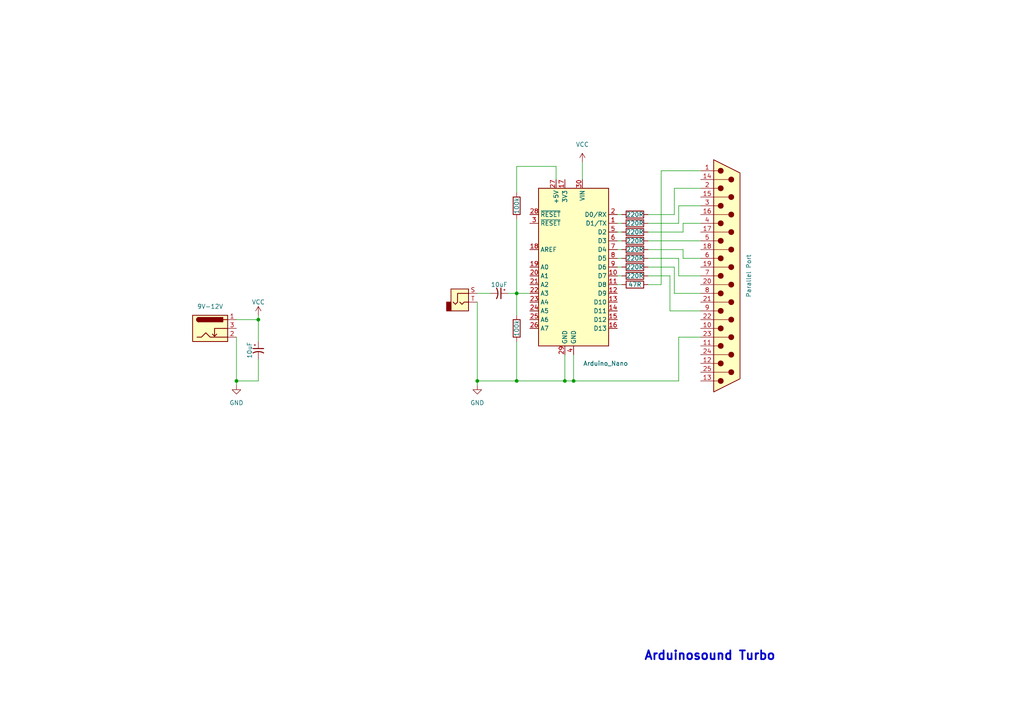
<source format=kicad_sch>
(kicad_sch (version 20211123) (generator eeschema)

  (uuid dec0a6ab-2b88-4492-bbfa-d0f8ccf61708)

  (paper "A4")

  (lib_symbols
    (symbol "Connector:AudioJack2" (in_bom yes) (on_board yes)
      (property "Reference" "J" (id 0) (at 0 8.89 0)
        (effects (font (size 1.27 1.27)))
      )
      (property "Value" "AudioJack2" (id 1) (at 0 6.35 0)
        (effects (font (size 1.27 1.27)))
      )
      (property "Footprint" "" (id 2) (at 0 0 0)
        (effects (font (size 1.27 1.27)) hide)
      )
      (property "Datasheet" "~" (id 3) (at 0 0 0)
        (effects (font (size 1.27 1.27)) hide)
      )
      (property "ki_keywords" "audio jack receptacle mono phone headphone TS connector" (id 4) (at 0 0 0)
        (effects (font (size 1.27 1.27)) hide)
      )
      (property "ki_description" "Audio Jack, 2 Poles (Mono / TS)" (id 5) (at 0 0 0)
        (effects (font (size 1.27 1.27)) hide)
      )
      (property "ki_fp_filters" "Jack*" (id 6) (at 0 0 0)
        (effects (font (size 1.27 1.27)) hide)
      )
      (symbol "AudioJack2_0_1"
        (rectangle (start -3.81 0) (end -2.54 -2.54)
          (stroke (width 0.254) (type default) (color 0 0 0 0))
          (fill (type outline))
        )
        (rectangle (start -2.54 3.81) (end 2.54 -2.54)
          (stroke (width 0.254) (type default) (color 0 0 0 0))
          (fill (type background))
        )
        (polyline
          (pts
            (xy 0 0)
            (xy 0.635 -0.635)
            (xy 1.27 0)
            (xy 2.54 0)
          )
          (stroke (width 0.254) (type default) (color 0 0 0 0))
          (fill (type none))
        )
        (polyline
          (pts
            (xy 2.54 2.54)
            (xy -0.635 2.54)
            (xy -0.635 0)
            (xy -1.27 -0.635)
            (xy -1.905 0)
          )
          (stroke (width 0.254) (type default) (color 0 0 0 0))
          (fill (type none))
        )
      )
      (symbol "AudioJack2_1_1"
        (pin passive line (at 5.08 2.54 180) (length 2.54)
          (name "~" (effects (font (size 1.27 1.27))))
          (number "S" (effects (font (size 1.27 1.27))))
        )
        (pin passive line (at 5.08 0 180) (length 2.54)
          (name "~" (effects (font (size 1.27 1.27))))
          (number "T" (effects (font (size 1.27 1.27))))
        )
      )
    )
    (symbol "Connector:Barrel_Jack_Switch" (pin_names hide) (in_bom yes) (on_board yes)
      (property "Reference" "J" (id 0) (at 0 5.334 0)
        (effects (font (size 1.27 1.27)))
      )
      (property "Value" "Barrel_Jack_Switch" (id 1) (at 0 -5.08 0)
        (effects (font (size 1.27 1.27)))
      )
      (property "Footprint" "" (id 2) (at 1.27 -1.016 0)
        (effects (font (size 1.27 1.27)) hide)
      )
      (property "Datasheet" "~" (id 3) (at 1.27 -1.016 0)
        (effects (font (size 1.27 1.27)) hide)
      )
      (property "ki_keywords" "DC power barrel jack connector" (id 4) (at 0 0 0)
        (effects (font (size 1.27 1.27)) hide)
      )
      (property "ki_description" "DC Barrel Jack with an internal switch" (id 5) (at 0 0 0)
        (effects (font (size 1.27 1.27)) hide)
      )
      (property "ki_fp_filters" "BarrelJack*" (id 6) (at 0 0 0)
        (effects (font (size 1.27 1.27)) hide)
      )
      (symbol "Barrel_Jack_Switch_0_1"
        (rectangle (start -5.08 3.81) (end 5.08 -3.81)
          (stroke (width 0.254) (type default) (color 0 0 0 0))
          (fill (type background))
        )
        (arc (start -3.302 3.175) (mid -3.937 2.54) (end -3.302 1.905)
          (stroke (width 0.254) (type default) (color 0 0 0 0))
          (fill (type none))
        )
        (arc (start -3.302 3.175) (mid -3.937 2.54) (end -3.302 1.905)
          (stroke (width 0.254) (type default) (color 0 0 0 0))
          (fill (type outline))
        )
        (polyline
          (pts
            (xy 1.27 -2.286)
            (xy 1.905 -1.651)
          )
          (stroke (width 0.254) (type default) (color 0 0 0 0))
          (fill (type none))
        )
        (polyline
          (pts
            (xy 5.08 2.54)
            (xy 3.81 2.54)
          )
          (stroke (width 0.254) (type default) (color 0 0 0 0))
          (fill (type none))
        )
        (polyline
          (pts
            (xy 5.08 0)
            (xy 1.27 0)
            (xy 1.27 -2.286)
            (xy 0.635 -1.651)
          )
          (stroke (width 0.254) (type default) (color 0 0 0 0))
          (fill (type none))
        )
        (polyline
          (pts
            (xy -3.81 -2.54)
            (xy -2.54 -2.54)
            (xy -1.27 -1.27)
            (xy 0 -2.54)
            (xy 2.54 -2.54)
            (xy 5.08 -2.54)
          )
          (stroke (width 0.254) (type default) (color 0 0 0 0))
          (fill (type none))
        )
        (rectangle (start 3.683 3.175) (end -3.302 1.905)
          (stroke (width 0.254) (type default) (color 0 0 0 0))
          (fill (type outline))
        )
      )
      (symbol "Barrel_Jack_Switch_1_1"
        (pin passive line (at 7.62 2.54 180) (length 2.54)
          (name "~" (effects (font (size 1.27 1.27))))
          (number "1" (effects (font (size 1.27 1.27))))
        )
        (pin passive line (at 7.62 -2.54 180) (length 2.54)
          (name "~" (effects (font (size 1.27 1.27))))
          (number "2" (effects (font (size 1.27 1.27))))
        )
        (pin passive line (at 7.62 0 180) (length 2.54)
          (name "~" (effects (font (size 1.27 1.27))))
          (number "3" (effects (font (size 1.27 1.27))))
        )
      )
    )
    (symbol "Connector:DB25_Male" (pin_names (offset 1.016) hide) (in_bom yes) (on_board yes)
      (property "Reference" "J" (id 0) (at 0 34.29 0)
        (effects (font (size 1.27 1.27)))
      )
      (property "Value" "DB25_Male" (id 1) (at 0 -34.925 0)
        (effects (font (size 1.27 1.27)))
      )
      (property "Footprint" "" (id 2) (at 0 0 0)
        (effects (font (size 1.27 1.27)) hide)
      )
      (property "Datasheet" " ~" (id 3) (at 0 0 0)
        (effects (font (size 1.27 1.27)) hide)
      )
      (property "ki_keywords" "male D-SUB connector" (id 4) (at 0 0 0)
        (effects (font (size 1.27 1.27)) hide)
      )
      (property "ki_description" "25-pin male D-SUB connector" (id 5) (at 0 0 0)
        (effects (font (size 1.27 1.27)) hide)
      )
      (property "ki_fp_filters" "DSUB*Male*" (id 6) (at 0 0 0)
        (effects (font (size 1.27 1.27)) hide)
      )
      (symbol "DB25_Male_0_1"
        (circle (center -1.778 -30.48) (radius 0.762)
          (stroke (width 0) (type default) (color 0 0 0 0))
          (fill (type outline))
        )
        (circle (center -1.778 -25.4) (radius 0.762)
          (stroke (width 0) (type default) (color 0 0 0 0))
          (fill (type outline))
        )
        (circle (center -1.778 -20.32) (radius 0.762)
          (stroke (width 0) (type default) (color 0 0 0 0))
          (fill (type outline))
        )
        (circle (center -1.778 -15.24) (radius 0.762)
          (stroke (width 0) (type default) (color 0 0 0 0))
          (fill (type outline))
        )
        (circle (center -1.778 -10.16) (radius 0.762)
          (stroke (width 0) (type default) (color 0 0 0 0))
          (fill (type outline))
        )
        (circle (center -1.778 -5.08) (radius 0.762)
          (stroke (width 0) (type default) (color 0 0 0 0))
          (fill (type outline))
        )
        (circle (center -1.778 0) (radius 0.762)
          (stroke (width 0) (type default) (color 0 0 0 0))
          (fill (type outline))
        )
        (circle (center -1.778 5.08) (radius 0.762)
          (stroke (width 0) (type default) (color 0 0 0 0))
          (fill (type outline))
        )
        (circle (center -1.778 10.16) (radius 0.762)
          (stroke (width 0) (type default) (color 0 0 0 0))
          (fill (type outline))
        )
        (circle (center -1.778 15.24) (radius 0.762)
          (stroke (width 0) (type default) (color 0 0 0 0))
          (fill (type outline))
        )
        (circle (center -1.778 20.32) (radius 0.762)
          (stroke (width 0) (type default) (color 0 0 0 0))
          (fill (type outline))
        )
        (circle (center -1.778 25.4) (radius 0.762)
          (stroke (width 0) (type default) (color 0 0 0 0))
          (fill (type outline))
        )
        (circle (center -1.778 30.48) (radius 0.762)
          (stroke (width 0) (type default) (color 0 0 0 0))
          (fill (type outline))
        )
        (polyline
          (pts
            (xy -3.81 -30.48)
            (xy -2.54 -30.48)
          )
          (stroke (width 0) (type default) (color 0 0 0 0))
          (fill (type none))
        )
        (polyline
          (pts
            (xy -3.81 -27.94)
            (xy 0.508 -27.94)
          )
          (stroke (width 0) (type default) (color 0 0 0 0))
          (fill (type none))
        )
        (polyline
          (pts
            (xy -3.81 -25.4)
            (xy -2.54 -25.4)
          )
          (stroke (width 0) (type default) (color 0 0 0 0))
          (fill (type none))
        )
        (polyline
          (pts
            (xy -3.81 -22.86)
            (xy 0.508 -22.86)
          )
          (stroke (width 0) (type default) (color 0 0 0 0))
          (fill (type none))
        )
        (polyline
          (pts
            (xy -3.81 -20.32)
            (xy -2.54 -20.32)
          )
          (stroke (width 0) (type default) (color 0 0 0 0))
          (fill (type none))
        )
        (polyline
          (pts
            (xy -3.81 -17.78)
            (xy 0.508 -17.78)
          )
          (stroke (width 0) (type default) (color 0 0 0 0))
          (fill (type none))
        )
        (polyline
          (pts
            (xy -3.81 -15.24)
            (xy -2.54 -15.24)
          )
          (stroke (width 0) (type default) (color 0 0 0 0))
          (fill (type none))
        )
        (polyline
          (pts
            (xy -3.81 -12.7)
            (xy 0.508 -12.7)
          )
          (stroke (width 0) (type default) (color 0 0 0 0))
          (fill (type none))
        )
        (polyline
          (pts
            (xy -3.81 -10.16)
            (xy -2.54 -10.16)
          )
          (stroke (width 0) (type default) (color 0 0 0 0))
          (fill (type none))
        )
        (polyline
          (pts
            (xy -3.81 -7.62)
            (xy 0.508 -7.62)
          )
          (stroke (width 0) (type default) (color 0 0 0 0))
          (fill (type none))
        )
        (polyline
          (pts
            (xy -3.81 -5.08)
            (xy -2.54 -5.08)
          )
          (stroke (width 0) (type default) (color 0 0 0 0))
          (fill (type none))
        )
        (polyline
          (pts
            (xy -3.81 -2.54)
            (xy 0.508 -2.54)
          )
          (stroke (width 0) (type default) (color 0 0 0 0))
          (fill (type none))
        )
        (polyline
          (pts
            (xy -3.81 0)
            (xy -2.54 0)
          )
          (stroke (width 0) (type default) (color 0 0 0 0))
          (fill (type none))
        )
        (polyline
          (pts
            (xy -3.81 2.54)
            (xy 0.508 2.54)
          )
          (stroke (width 0) (type default) (color 0 0 0 0))
          (fill (type none))
        )
        (polyline
          (pts
            (xy -3.81 5.08)
            (xy -2.54 5.08)
          )
          (stroke (width 0) (type default) (color 0 0 0 0))
          (fill (type none))
        )
        (polyline
          (pts
            (xy -3.81 7.62)
            (xy 0.508 7.62)
          )
          (stroke (width 0) (type default) (color 0 0 0 0))
          (fill (type none))
        )
        (polyline
          (pts
            (xy -3.81 10.16)
            (xy -2.54 10.16)
          )
          (stroke (width 0) (type default) (color 0 0 0 0))
          (fill (type none))
        )
        (polyline
          (pts
            (xy -3.81 12.7)
            (xy 0.508 12.7)
          )
          (stroke (width 0) (type default) (color 0 0 0 0))
          (fill (type none))
        )
        (polyline
          (pts
            (xy -3.81 15.24)
            (xy -2.54 15.24)
          )
          (stroke (width 0) (type default) (color 0 0 0 0))
          (fill (type none))
        )
        (polyline
          (pts
            (xy -3.81 17.78)
            (xy 0.508 17.78)
          )
          (stroke (width 0) (type default) (color 0 0 0 0))
          (fill (type none))
        )
        (polyline
          (pts
            (xy -3.81 20.32)
            (xy -2.54 20.32)
          )
          (stroke (width 0) (type default) (color 0 0 0 0))
          (fill (type none))
        )
        (polyline
          (pts
            (xy -3.81 22.86)
            (xy 0.508 22.86)
          )
          (stroke (width 0) (type default) (color 0 0 0 0))
          (fill (type none))
        )
        (polyline
          (pts
            (xy -3.81 25.4)
            (xy -2.54 25.4)
          )
          (stroke (width 0) (type default) (color 0 0 0 0))
          (fill (type none))
        )
        (polyline
          (pts
            (xy -3.81 27.94)
            (xy 0.508 27.94)
          )
          (stroke (width 0) (type default) (color 0 0 0 0))
          (fill (type none))
        )
        (polyline
          (pts
            (xy -3.81 30.48)
            (xy -2.54 30.48)
          )
          (stroke (width 0) (type default) (color 0 0 0 0))
          (fill (type none))
        )
        (polyline
          (pts
            (xy -3.81 -33.655)
            (xy 3.81 -29.845)
            (xy 3.81 29.845)
            (xy -3.81 33.655)
            (xy -3.81 -33.655)
          )
          (stroke (width 0.254) (type default) (color 0 0 0 0))
          (fill (type background))
        )
        (circle (center 1.27 -27.94) (radius 0.762)
          (stroke (width 0) (type default) (color 0 0 0 0))
          (fill (type outline))
        )
        (circle (center 1.27 -22.86) (radius 0.762)
          (stroke (width 0) (type default) (color 0 0 0 0))
          (fill (type outline))
        )
        (circle (center 1.27 -17.78) (radius 0.762)
          (stroke (width 0) (type default) (color 0 0 0 0))
          (fill (type outline))
        )
        (circle (center 1.27 -12.7) (radius 0.762)
          (stroke (width 0) (type default) (color 0 0 0 0))
          (fill (type outline))
        )
        (circle (center 1.27 -7.62) (radius 0.762)
          (stroke (width 0) (type default) (color 0 0 0 0))
          (fill (type outline))
        )
        (circle (center 1.27 -2.54) (radius 0.762)
          (stroke (width 0) (type default) (color 0 0 0 0))
          (fill (type outline))
        )
        (circle (center 1.27 2.54) (radius 0.762)
          (stroke (width 0) (type default) (color 0 0 0 0))
          (fill (type outline))
        )
        (circle (center 1.27 7.62) (radius 0.762)
          (stroke (width 0) (type default) (color 0 0 0 0))
          (fill (type outline))
        )
        (circle (center 1.27 12.7) (radius 0.762)
          (stroke (width 0) (type default) (color 0 0 0 0))
          (fill (type outline))
        )
        (circle (center 1.27 17.78) (radius 0.762)
          (stroke (width 0) (type default) (color 0 0 0 0))
          (fill (type outline))
        )
        (circle (center 1.27 22.86) (radius 0.762)
          (stroke (width 0) (type default) (color 0 0 0 0))
          (fill (type outline))
        )
        (circle (center 1.27 27.94) (radius 0.762)
          (stroke (width 0) (type default) (color 0 0 0 0))
          (fill (type outline))
        )
      )
      (symbol "DB25_Male_1_1"
        (pin passive line (at -7.62 -30.48 0) (length 3.81)
          (name "1" (effects (font (size 1.27 1.27))))
          (number "1" (effects (font (size 1.27 1.27))))
        )
        (pin passive line (at -7.62 15.24 0) (length 3.81)
          (name "10" (effects (font (size 1.27 1.27))))
          (number "10" (effects (font (size 1.27 1.27))))
        )
        (pin passive line (at -7.62 20.32 0) (length 3.81)
          (name "11" (effects (font (size 1.27 1.27))))
          (number "11" (effects (font (size 1.27 1.27))))
        )
        (pin passive line (at -7.62 25.4 0) (length 3.81)
          (name "12" (effects (font (size 1.27 1.27))))
          (number "12" (effects (font (size 1.27 1.27))))
        )
        (pin passive line (at -7.62 30.48 0) (length 3.81)
          (name "13" (effects (font (size 1.27 1.27))))
          (number "13" (effects (font (size 1.27 1.27))))
        )
        (pin passive line (at -7.62 -27.94 0) (length 3.81)
          (name "P14" (effects (font (size 1.27 1.27))))
          (number "14" (effects (font (size 1.27 1.27))))
        )
        (pin passive line (at -7.62 -22.86 0) (length 3.81)
          (name "P15" (effects (font (size 1.27 1.27))))
          (number "15" (effects (font (size 1.27 1.27))))
        )
        (pin passive line (at -7.62 -17.78 0) (length 3.81)
          (name "P16" (effects (font (size 1.27 1.27))))
          (number "16" (effects (font (size 1.27 1.27))))
        )
        (pin passive line (at -7.62 -12.7 0) (length 3.81)
          (name "P17" (effects (font (size 1.27 1.27))))
          (number "17" (effects (font (size 1.27 1.27))))
        )
        (pin passive line (at -7.62 -7.62 0) (length 3.81)
          (name "P18" (effects (font (size 1.27 1.27))))
          (number "18" (effects (font (size 1.27 1.27))))
        )
        (pin passive line (at -7.62 -2.54 0) (length 3.81)
          (name "P19" (effects (font (size 1.27 1.27))))
          (number "19" (effects (font (size 1.27 1.27))))
        )
        (pin passive line (at -7.62 -25.4 0) (length 3.81)
          (name "2" (effects (font (size 1.27 1.27))))
          (number "2" (effects (font (size 1.27 1.27))))
        )
        (pin passive line (at -7.62 2.54 0) (length 3.81)
          (name "P20" (effects (font (size 1.27 1.27))))
          (number "20" (effects (font (size 1.27 1.27))))
        )
        (pin passive line (at -7.62 7.62 0) (length 3.81)
          (name "P21" (effects (font (size 1.27 1.27))))
          (number "21" (effects (font (size 1.27 1.27))))
        )
        (pin passive line (at -7.62 12.7 0) (length 3.81)
          (name "P22" (effects (font (size 1.27 1.27))))
          (number "22" (effects (font (size 1.27 1.27))))
        )
        (pin passive line (at -7.62 17.78 0) (length 3.81)
          (name "P23" (effects (font (size 1.27 1.27))))
          (number "23" (effects (font (size 1.27 1.27))))
        )
        (pin passive line (at -7.62 22.86 0) (length 3.81)
          (name "P24" (effects (font (size 1.27 1.27))))
          (number "24" (effects (font (size 1.27 1.27))))
        )
        (pin passive line (at -7.62 27.94 0) (length 3.81)
          (name "P25" (effects (font (size 1.27 1.27))))
          (number "25" (effects (font (size 1.27 1.27))))
        )
        (pin passive line (at -7.62 -20.32 0) (length 3.81)
          (name "3" (effects (font (size 1.27 1.27))))
          (number "3" (effects (font (size 1.27 1.27))))
        )
        (pin passive line (at -7.62 -15.24 0) (length 3.81)
          (name "4" (effects (font (size 1.27 1.27))))
          (number "4" (effects (font (size 1.27 1.27))))
        )
        (pin passive line (at -7.62 -10.16 0) (length 3.81)
          (name "5" (effects (font (size 1.27 1.27))))
          (number "5" (effects (font (size 1.27 1.27))))
        )
        (pin passive line (at -7.62 -5.08 0) (length 3.81)
          (name "6" (effects (font (size 1.27 1.27))))
          (number "6" (effects (font (size 1.27 1.27))))
        )
        (pin passive line (at -7.62 0 0) (length 3.81)
          (name "7" (effects (font (size 1.27 1.27))))
          (number "7" (effects (font (size 1.27 1.27))))
        )
        (pin passive line (at -7.62 5.08 0) (length 3.81)
          (name "8" (effects (font (size 1.27 1.27))))
          (number "8" (effects (font (size 1.27 1.27))))
        )
        (pin passive line (at -7.62 10.16 0) (length 3.81)
          (name "9" (effects (font (size 1.27 1.27))))
          (number "9" (effects (font (size 1.27 1.27))))
        )
      )
    )
    (symbol "Device:C_Polarized_Small_US" (pin_numbers hide) (pin_names (offset 0.254) hide) (in_bom yes) (on_board yes)
      (property "Reference" "C" (id 0) (at 0.254 1.778 0)
        (effects (font (size 1.27 1.27)) (justify left))
      )
      (property "Value" "C_Polarized_Small_US" (id 1) (at 0.254 -2.032 0)
        (effects (font (size 1.27 1.27)) (justify left))
      )
      (property "Footprint" "" (id 2) (at 0 0 0)
        (effects (font (size 1.27 1.27)) hide)
      )
      (property "Datasheet" "~" (id 3) (at 0 0 0)
        (effects (font (size 1.27 1.27)) hide)
      )
      (property "ki_keywords" "cap capacitor" (id 4) (at 0 0 0)
        (effects (font (size 1.27 1.27)) hide)
      )
      (property "ki_description" "Polarized capacitor, small US symbol" (id 5) (at 0 0 0)
        (effects (font (size 1.27 1.27)) hide)
      )
      (property "ki_fp_filters" "CP_*" (id 6) (at 0 0 0)
        (effects (font (size 1.27 1.27)) hide)
      )
      (symbol "C_Polarized_Small_US_0_1"
        (polyline
          (pts
            (xy -1.524 0.508)
            (xy 1.524 0.508)
          )
          (stroke (width 0.3048) (type default) (color 0 0 0 0))
          (fill (type none))
        )
        (polyline
          (pts
            (xy -1.27 1.524)
            (xy -0.762 1.524)
          )
          (stroke (width 0) (type default) (color 0 0 0 0))
          (fill (type none))
        )
        (polyline
          (pts
            (xy -1.016 1.27)
            (xy -1.016 1.778)
          )
          (stroke (width 0) (type default) (color 0 0 0 0))
          (fill (type none))
        )
        (arc (start 1.524 -0.762) (mid 0 -0.3734) (end -1.524 -0.762)
          (stroke (width 0.3048) (type default) (color 0 0 0 0))
          (fill (type none))
        )
      )
      (symbol "C_Polarized_Small_US_1_1"
        (pin passive line (at 0 2.54 270) (length 2.032)
          (name "~" (effects (font (size 1.27 1.27))))
          (number "1" (effects (font (size 1.27 1.27))))
        )
        (pin passive line (at 0 -2.54 90) (length 2.032)
          (name "~" (effects (font (size 1.27 1.27))))
          (number "2" (effects (font (size 1.27 1.27))))
        )
      )
    )
    (symbol "Device:R" (pin_numbers hide) (pin_names (offset 0)) (in_bom yes) (on_board yes)
      (property "Reference" "R" (id 0) (at 2.032 0 90)
        (effects (font (size 1.27 1.27)))
      )
      (property "Value" "R" (id 1) (at 0 0 90)
        (effects (font (size 1.27 1.27)))
      )
      (property "Footprint" "" (id 2) (at -1.778 0 90)
        (effects (font (size 1.27 1.27)) hide)
      )
      (property "Datasheet" "~" (id 3) (at 0 0 0)
        (effects (font (size 1.27 1.27)) hide)
      )
      (property "ki_keywords" "R res resistor" (id 4) (at 0 0 0)
        (effects (font (size 1.27 1.27)) hide)
      )
      (property "ki_description" "Resistor" (id 5) (at 0 0 0)
        (effects (font (size 1.27 1.27)) hide)
      )
      (property "ki_fp_filters" "R_*" (id 6) (at 0 0 0)
        (effects (font (size 1.27 1.27)) hide)
      )
      (symbol "R_0_1"
        (rectangle (start -1.016 -2.54) (end 1.016 2.54)
          (stroke (width 0.254) (type default) (color 0 0 0 0))
          (fill (type none))
        )
      )
      (symbol "R_1_1"
        (pin passive line (at 0 3.81 270) (length 1.27)
          (name "~" (effects (font (size 1.27 1.27))))
          (number "1" (effects (font (size 1.27 1.27))))
        )
        (pin passive line (at 0 -3.81 90) (length 1.27)
          (name "~" (effects (font (size 1.27 1.27))))
          (number "2" (effects (font (size 1.27 1.27))))
        )
      )
    )
    (symbol "MCU_Module:Arduino_Nano_v3.x" (in_bom yes) (on_board yes)
      (property "Reference" "A" (id 0) (at -10.16 23.495 0)
        (effects (font (size 1.27 1.27)) (justify left bottom))
      )
      (property "Value" "Arduino_Nano_v3.x" (id 1) (at 5.08 -24.13 0)
        (effects (font (size 1.27 1.27)) (justify left top))
      )
      (property "Footprint" "Module:Arduino_Nano" (id 2) (at 0 0 0)
        (effects (font (size 1.27 1.27) italic) hide)
      )
      (property "Datasheet" "http://www.mouser.com/pdfdocs/Gravitech_Arduino_Nano3_0.pdf" (id 3) (at 0 0 0)
        (effects (font (size 1.27 1.27)) hide)
      )
      (property "ki_keywords" "Arduino nano microcontroller module USB" (id 4) (at 0 0 0)
        (effects (font (size 1.27 1.27)) hide)
      )
      (property "ki_description" "Arduino Nano v3.x" (id 5) (at 0 0 0)
        (effects (font (size 1.27 1.27)) hide)
      )
      (property "ki_fp_filters" "Arduino*Nano*" (id 6) (at 0 0 0)
        (effects (font (size 1.27 1.27)) hide)
      )
      (symbol "Arduino_Nano_v3.x_0_1"
        (rectangle (start -10.16 22.86) (end 10.16 -22.86)
          (stroke (width 0.254) (type default) (color 0 0 0 0))
          (fill (type background))
        )
      )
      (symbol "Arduino_Nano_v3.x_1_1"
        (pin bidirectional line (at -12.7 12.7 0) (length 2.54)
          (name "D1/TX" (effects (font (size 1.27 1.27))))
          (number "1" (effects (font (size 1.27 1.27))))
        )
        (pin bidirectional line (at -12.7 -2.54 0) (length 2.54)
          (name "D7" (effects (font (size 1.27 1.27))))
          (number "10" (effects (font (size 1.27 1.27))))
        )
        (pin bidirectional line (at -12.7 -5.08 0) (length 2.54)
          (name "D8" (effects (font (size 1.27 1.27))))
          (number "11" (effects (font (size 1.27 1.27))))
        )
        (pin bidirectional line (at -12.7 -7.62 0) (length 2.54)
          (name "D9" (effects (font (size 1.27 1.27))))
          (number "12" (effects (font (size 1.27 1.27))))
        )
        (pin bidirectional line (at -12.7 -10.16 0) (length 2.54)
          (name "D10" (effects (font (size 1.27 1.27))))
          (number "13" (effects (font (size 1.27 1.27))))
        )
        (pin bidirectional line (at -12.7 -12.7 0) (length 2.54)
          (name "D11" (effects (font (size 1.27 1.27))))
          (number "14" (effects (font (size 1.27 1.27))))
        )
        (pin bidirectional line (at -12.7 -15.24 0) (length 2.54)
          (name "D12" (effects (font (size 1.27 1.27))))
          (number "15" (effects (font (size 1.27 1.27))))
        )
        (pin bidirectional line (at -12.7 -17.78 0) (length 2.54)
          (name "D13" (effects (font (size 1.27 1.27))))
          (number "16" (effects (font (size 1.27 1.27))))
        )
        (pin power_out line (at 2.54 25.4 270) (length 2.54)
          (name "3V3" (effects (font (size 1.27 1.27))))
          (number "17" (effects (font (size 1.27 1.27))))
        )
        (pin input line (at 12.7 5.08 180) (length 2.54)
          (name "AREF" (effects (font (size 1.27 1.27))))
          (number "18" (effects (font (size 1.27 1.27))))
        )
        (pin bidirectional line (at 12.7 0 180) (length 2.54)
          (name "A0" (effects (font (size 1.27 1.27))))
          (number "19" (effects (font (size 1.27 1.27))))
        )
        (pin bidirectional line (at -12.7 15.24 0) (length 2.54)
          (name "D0/RX" (effects (font (size 1.27 1.27))))
          (number "2" (effects (font (size 1.27 1.27))))
        )
        (pin bidirectional line (at 12.7 -2.54 180) (length 2.54)
          (name "A1" (effects (font (size 1.27 1.27))))
          (number "20" (effects (font (size 1.27 1.27))))
        )
        (pin bidirectional line (at 12.7 -5.08 180) (length 2.54)
          (name "A2" (effects (font (size 1.27 1.27))))
          (number "21" (effects (font (size 1.27 1.27))))
        )
        (pin bidirectional line (at 12.7 -7.62 180) (length 2.54)
          (name "A3" (effects (font (size 1.27 1.27))))
          (number "22" (effects (font (size 1.27 1.27))))
        )
        (pin bidirectional line (at 12.7 -10.16 180) (length 2.54)
          (name "A4" (effects (font (size 1.27 1.27))))
          (number "23" (effects (font (size 1.27 1.27))))
        )
        (pin bidirectional line (at 12.7 -12.7 180) (length 2.54)
          (name "A5" (effects (font (size 1.27 1.27))))
          (number "24" (effects (font (size 1.27 1.27))))
        )
        (pin bidirectional line (at 12.7 -15.24 180) (length 2.54)
          (name "A6" (effects (font (size 1.27 1.27))))
          (number "25" (effects (font (size 1.27 1.27))))
        )
        (pin bidirectional line (at 12.7 -17.78 180) (length 2.54)
          (name "A7" (effects (font (size 1.27 1.27))))
          (number "26" (effects (font (size 1.27 1.27))))
        )
        (pin power_out line (at 5.08 25.4 270) (length 2.54)
          (name "+5V" (effects (font (size 1.27 1.27))))
          (number "27" (effects (font (size 1.27 1.27))))
        )
        (pin input line (at 12.7 15.24 180) (length 2.54)
          (name "~{RESET}" (effects (font (size 1.27 1.27))))
          (number "28" (effects (font (size 1.27 1.27))))
        )
        (pin power_in line (at 2.54 -25.4 90) (length 2.54)
          (name "GND" (effects (font (size 1.27 1.27))))
          (number "29" (effects (font (size 1.27 1.27))))
        )
        (pin input line (at 12.7 12.7 180) (length 2.54)
          (name "~{RESET}" (effects (font (size 1.27 1.27))))
          (number "3" (effects (font (size 1.27 1.27))))
        )
        (pin power_in line (at -2.54 25.4 270) (length 2.54)
          (name "VIN" (effects (font (size 1.27 1.27))))
          (number "30" (effects (font (size 1.27 1.27))))
        )
        (pin power_in line (at 0 -25.4 90) (length 2.54)
          (name "GND" (effects (font (size 1.27 1.27))))
          (number "4" (effects (font (size 1.27 1.27))))
        )
        (pin bidirectional line (at -12.7 10.16 0) (length 2.54)
          (name "D2" (effects (font (size 1.27 1.27))))
          (number "5" (effects (font (size 1.27 1.27))))
        )
        (pin bidirectional line (at -12.7 7.62 0) (length 2.54)
          (name "D3" (effects (font (size 1.27 1.27))))
          (number "6" (effects (font (size 1.27 1.27))))
        )
        (pin bidirectional line (at -12.7 5.08 0) (length 2.54)
          (name "D4" (effects (font (size 1.27 1.27))))
          (number "7" (effects (font (size 1.27 1.27))))
        )
        (pin bidirectional line (at -12.7 2.54 0) (length 2.54)
          (name "D5" (effects (font (size 1.27 1.27))))
          (number "8" (effects (font (size 1.27 1.27))))
        )
        (pin bidirectional line (at -12.7 0 0) (length 2.54)
          (name "D6" (effects (font (size 1.27 1.27))))
          (number "9" (effects (font (size 1.27 1.27))))
        )
      )
    )
    (symbol "power:GND" (power) (pin_names (offset 0)) (in_bom yes) (on_board yes)
      (property "Reference" "#PWR" (id 0) (at 0 -6.35 0)
        (effects (font (size 1.27 1.27)) hide)
      )
      (property "Value" "GND" (id 1) (at 0 -3.81 0)
        (effects (font (size 1.27 1.27)))
      )
      (property "Footprint" "" (id 2) (at 0 0 0)
        (effects (font (size 1.27 1.27)) hide)
      )
      (property "Datasheet" "" (id 3) (at 0 0 0)
        (effects (font (size 1.27 1.27)) hide)
      )
      (property "ki_keywords" "power-flag" (id 4) (at 0 0 0)
        (effects (font (size 1.27 1.27)) hide)
      )
      (property "ki_description" "Power symbol creates a global label with name \"GND\" , ground" (id 5) (at 0 0 0)
        (effects (font (size 1.27 1.27)) hide)
      )
      (symbol "GND_0_1"
        (polyline
          (pts
            (xy 0 0)
            (xy 0 -1.27)
            (xy 1.27 -1.27)
            (xy 0 -2.54)
            (xy -1.27 -1.27)
            (xy 0 -1.27)
          )
          (stroke (width 0) (type default) (color 0 0 0 0))
          (fill (type none))
        )
      )
      (symbol "GND_1_1"
        (pin power_in line (at 0 0 270) (length 0) hide
          (name "GND" (effects (font (size 1.27 1.27))))
          (number "1" (effects (font (size 1.27 1.27))))
        )
      )
    )
    (symbol "power:VCC" (power) (pin_names (offset 0)) (in_bom yes) (on_board yes)
      (property "Reference" "#PWR" (id 0) (at 0 -3.81 0)
        (effects (font (size 1.27 1.27)) hide)
      )
      (property "Value" "VCC" (id 1) (at 0 3.81 0)
        (effects (font (size 1.27 1.27)))
      )
      (property "Footprint" "" (id 2) (at 0 0 0)
        (effects (font (size 1.27 1.27)) hide)
      )
      (property "Datasheet" "" (id 3) (at 0 0 0)
        (effects (font (size 1.27 1.27)) hide)
      )
      (property "ki_keywords" "power-flag" (id 4) (at 0 0 0)
        (effects (font (size 1.27 1.27)) hide)
      )
      (property "ki_description" "Power symbol creates a global label with name \"VCC\"" (id 5) (at 0 0 0)
        (effects (font (size 1.27 1.27)) hide)
      )
      (symbol "VCC_0_1"
        (polyline
          (pts
            (xy -0.762 1.27)
            (xy 0 2.54)
          )
          (stroke (width 0) (type default) (color 0 0 0 0))
          (fill (type none))
        )
        (polyline
          (pts
            (xy 0 0)
            (xy 0 2.54)
          )
          (stroke (width 0) (type default) (color 0 0 0 0))
          (fill (type none))
        )
        (polyline
          (pts
            (xy 0 2.54)
            (xy 0.762 1.27)
          )
          (stroke (width 0) (type default) (color 0 0 0 0))
          (fill (type none))
        )
      )
      (symbol "VCC_1_1"
        (pin power_in line (at 0 0 90) (length 0) hide
          (name "VCC" (effects (font (size 1.27 1.27))))
          (number "1" (effects (font (size 1.27 1.27))))
        )
      )
    )
  )

  (junction (at 149.86 110.49) (diameter 0) (color 0 0 0 0)
    (uuid 11fce0b9-9312-4b28-95df-e12d3fab3e23)
  )
  (junction (at 163.83 110.49) (diameter 0) (color 0 0 0 0)
    (uuid 1c409b71-ba24-4f59-ac8e-eb3f1d14f17c)
  )
  (junction (at 138.43 110.49) (diameter 0) (color 0 0 0 0)
    (uuid 535e6c79-92d2-48ae-b967-327a774532ed)
  )
  (junction (at 149.86 85.09) (diameter 0) (color 0 0 0 0)
    (uuid 547963c5-ca39-4ae9-8450-2ddd649681aa)
  )
  (junction (at 68.58 110.49) (diameter 0) (color 0 0 0 0)
    (uuid 5dd5af5b-599f-494b-bca2-702190f556b4)
  )
  (junction (at 166.37 110.49) (diameter 0) (color 0 0 0 0)
    (uuid 7a932f01-2bfb-405d-ac8e-9875f5c60c92)
  )
  (junction (at 74.93 92.71) (diameter 0) (color 0 0 0 0)
    (uuid 95472d9e-0a55-4b92-9b1c-10c6951a6988)
  )

  (wire (pts (xy 195.58 62.23) (xy 195.58 54.61))
    (stroke (width 0) (type default) (color 0 0 0 0))
    (uuid 02bdf4c7-3fe1-429a-999c-d0049dc75657)
  )
  (wire (pts (xy 74.93 92.71) (xy 74.93 99.06))
    (stroke (width 0) (type default) (color 0 0 0 0))
    (uuid 1035ee3c-fdf1-40c8-b2a8-465cc965cb9d)
  )
  (wire (pts (xy 138.43 87.63) (xy 138.43 110.49))
    (stroke (width 0) (type default) (color 0 0 0 0))
    (uuid 10444cd6-d160-4ab4-ba4f-58f67a64de08)
  )
  (wire (pts (xy 163.83 102.87) (xy 163.83 110.49))
    (stroke (width 0) (type default) (color 0 0 0 0))
    (uuid 10e9edd1-e4e6-4ece-8093-d63793c5b790)
  )
  (wire (pts (xy 179.07 67.31) (xy 180.34 67.31))
    (stroke (width 0) (type default) (color 0 0 0 0))
    (uuid 11b3084c-fab4-427c-9b29-e7e46635eb62)
  )
  (wire (pts (xy 187.96 74.93) (xy 196.85 74.93))
    (stroke (width 0) (type default) (color 0 0 0 0))
    (uuid 188e407c-8d10-4e5b-9636-50c07192c968)
  )
  (wire (pts (xy 149.86 55.88) (xy 149.86 48.26))
    (stroke (width 0) (type default) (color 0 0 0 0))
    (uuid 1d5677e2-7b32-4ff5-a03f-ee1f955dbcdd)
  )
  (wire (pts (xy 195.58 85.09) (xy 195.58 77.47))
    (stroke (width 0) (type default) (color 0 0 0 0))
    (uuid 2679fdf2-bb8d-44ea-a71c-c2611d1b6d63)
  )
  (wire (pts (xy 147.32 85.09) (xy 149.86 85.09))
    (stroke (width 0) (type default) (color 0 0 0 0))
    (uuid 2eb5327e-cd61-49c0-822c-17ee0ae82d59)
  )
  (wire (pts (xy 194.31 90.17) (xy 203.2 90.17))
    (stroke (width 0) (type default) (color 0 0 0 0))
    (uuid 3779cc9c-eb6a-4f5c-ae58-c038814f39eb)
  )
  (wire (pts (xy 198.12 72.39) (xy 187.96 72.39))
    (stroke (width 0) (type default) (color 0 0 0 0))
    (uuid 377d015d-ecb1-4579-8955-4a39ef11b2d7)
  )
  (wire (pts (xy 68.58 110.49) (xy 74.93 110.49))
    (stroke (width 0) (type default) (color 0 0 0 0))
    (uuid 390d1c16-ab50-4f72-bac5-ef974c4a740f)
  )
  (wire (pts (xy 191.77 82.55) (xy 191.77 49.53))
    (stroke (width 0) (type default) (color 0 0 0 0))
    (uuid 410215e2-a971-4685-a27a-bedcaf381efc)
  )
  (wire (pts (xy 196.85 97.79) (xy 196.85 110.49))
    (stroke (width 0) (type default) (color 0 0 0 0))
    (uuid 430d143c-5e8c-42af-8881-cccee0576be7)
  )
  (wire (pts (xy 194.31 90.17) (xy 194.31 80.01))
    (stroke (width 0) (type default) (color 0 0 0 0))
    (uuid 4c19fb84-6a2d-4054-8bd3-75f35851a9a6)
  )
  (wire (pts (xy 149.86 85.09) (xy 153.67 85.09))
    (stroke (width 0) (type default) (color 0 0 0 0))
    (uuid 4fd88a3c-2894-4eaa-9d38-9bcbfb144305)
  )
  (wire (pts (xy 163.83 110.49) (xy 149.86 110.49))
    (stroke (width 0) (type default) (color 0 0 0 0))
    (uuid 572f3558-01f5-49ad-a842-019916a59060)
  )
  (wire (pts (xy 149.86 63.5) (xy 149.86 85.09))
    (stroke (width 0) (type default) (color 0 0 0 0))
    (uuid 5747bb7e-00d9-4c75-99f8-0aeb26654383)
  )
  (wire (pts (xy 179.07 62.23) (xy 180.34 62.23))
    (stroke (width 0) (type default) (color 0 0 0 0))
    (uuid 59fbd131-c6ee-4a05-8b76-f4312c2bbd1d)
  )
  (wire (pts (xy 195.58 54.61) (xy 203.2 54.61))
    (stroke (width 0) (type default) (color 0 0 0 0))
    (uuid 69873664-f68b-4909-b6da-6b199aced371)
  )
  (wire (pts (xy 203.2 97.79) (xy 196.85 97.79))
    (stroke (width 0) (type default) (color 0 0 0 0))
    (uuid 6df4491e-59f5-48b5-9344-40c862370a57)
  )
  (wire (pts (xy 187.96 80.01) (xy 194.31 80.01))
    (stroke (width 0) (type default) (color 0 0 0 0))
    (uuid 72a9d69d-292d-430d-9ad4-1253bf24e3fc)
  )
  (wire (pts (xy 196.85 80.01) (xy 203.2 80.01))
    (stroke (width 0) (type default) (color 0 0 0 0))
    (uuid 72fe6ff7-0ede-4f52-9d78-df4bd7cd30e4)
  )
  (wire (pts (xy 179.07 74.93) (xy 180.34 74.93))
    (stroke (width 0) (type default) (color 0 0 0 0))
    (uuid 7461a3fc-0522-46b6-8091-dc323ad66196)
  )
  (wire (pts (xy 179.07 69.85) (xy 180.34 69.85))
    (stroke (width 0) (type default) (color 0 0 0 0))
    (uuid 74b49547-05b5-42fe-9d19-34c2cbfa33bc)
  )
  (wire (pts (xy 198.12 64.77) (xy 198.12 67.31))
    (stroke (width 0) (type default) (color 0 0 0 0))
    (uuid 751788ee-57af-4f51-bdb9-7f466371cbaf)
  )
  (wire (pts (xy 68.58 92.71) (xy 74.93 92.71))
    (stroke (width 0) (type default) (color 0 0 0 0))
    (uuid 764a842c-30a9-454d-aeb0-3e186d45c700)
  )
  (wire (pts (xy 74.93 92.71) (xy 74.93 91.44))
    (stroke (width 0) (type default) (color 0 0 0 0))
    (uuid 77d68107-1c19-4429-887c-97ba67c2bb39)
  )
  (wire (pts (xy 179.07 77.47) (xy 180.34 77.47))
    (stroke (width 0) (type default) (color 0 0 0 0))
    (uuid 77de55ae-fe2e-4fe1-9bde-8c2bd552bbc8)
  )
  (wire (pts (xy 138.43 110.49) (xy 138.43 111.76))
    (stroke (width 0) (type default) (color 0 0 0 0))
    (uuid 7a48474f-c4fd-4c72-8966-db0aff3a3f7f)
  )
  (wire (pts (xy 179.07 82.55) (xy 180.34 82.55))
    (stroke (width 0) (type default) (color 0 0 0 0))
    (uuid 7db20166-c654-4083-88df-b0c7324a14ad)
  )
  (wire (pts (xy 166.37 102.87) (xy 166.37 110.49))
    (stroke (width 0) (type default) (color 0 0 0 0))
    (uuid 81e11e88-879c-4efc-a6f5-0bf6d08742c6)
  )
  (wire (pts (xy 168.91 46.99) (xy 168.91 52.07))
    (stroke (width 0) (type default) (color 0 0 0 0))
    (uuid 85c14c23-151e-4777-a8ef-5817ae710161)
  )
  (wire (pts (xy 196.85 64.77) (xy 187.96 64.77))
    (stroke (width 0) (type default) (color 0 0 0 0))
    (uuid 8a12d87b-d4e1-48d5-b022-e4f6643dd144)
  )
  (wire (pts (xy 198.12 74.93) (xy 198.12 72.39))
    (stroke (width 0) (type default) (color 0 0 0 0))
    (uuid 8e7d214a-f379-404c-996d-b5b3e5c5e2c0)
  )
  (wire (pts (xy 198.12 74.93) (xy 203.2 74.93))
    (stroke (width 0) (type default) (color 0 0 0 0))
    (uuid 9586b69e-2978-416b-aee5-87089ee68031)
  )
  (wire (pts (xy 149.86 99.06) (xy 149.86 110.49))
    (stroke (width 0) (type default) (color 0 0 0 0))
    (uuid 95a1fb45-e81c-4661-9fdb-2b0aca403abd)
  )
  (wire (pts (xy 203.2 49.53) (xy 191.77 49.53))
    (stroke (width 0) (type default) (color 0 0 0 0))
    (uuid 982ea278-9220-40f7-90a5-4c10f2ea1348)
  )
  (wire (pts (xy 187.96 62.23) (xy 195.58 62.23))
    (stroke (width 0) (type default) (color 0 0 0 0))
    (uuid 9c04f971-143b-43e2-a667-81ec2cfd04e0)
  )
  (wire (pts (xy 161.29 48.26) (xy 149.86 48.26))
    (stroke (width 0) (type default) (color 0 0 0 0))
    (uuid 9f0e7169-0545-47d3-bc27-62af7c9d9884)
  )
  (wire (pts (xy 195.58 85.09) (xy 203.2 85.09))
    (stroke (width 0) (type default) (color 0 0 0 0))
    (uuid a15a0404-3f0b-4808-b53c-93e6e59a8127)
  )
  (wire (pts (xy 149.86 85.09) (xy 149.86 91.44))
    (stroke (width 0) (type default) (color 0 0 0 0))
    (uuid a2305105-59c2-4a65-8caf-85455d0eea8f)
  )
  (wire (pts (xy 198.12 64.77) (xy 203.2 64.77))
    (stroke (width 0) (type default) (color 0 0 0 0))
    (uuid a3619061-29b6-44af-ac1a-2a2af480fb57)
  )
  (wire (pts (xy 138.43 110.49) (xy 149.86 110.49))
    (stroke (width 0) (type default) (color 0 0 0 0))
    (uuid a7ece545-fdc4-4242-9f6a-f825a1e6498c)
  )
  (wire (pts (xy 68.58 110.49) (xy 68.58 111.76))
    (stroke (width 0) (type default) (color 0 0 0 0))
    (uuid aa4845dd-d118-4f09-9636-89807337b054)
  )
  (wire (pts (xy 74.93 104.14) (xy 74.93 110.49))
    (stroke (width 0) (type default) (color 0 0 0 0))
    (uuid abf4afaa-fcc6-4633-84bc-f01aeb5b21e2)
  )
  (wire (pts (xy 196.85 80.01) (xy 196.85 74.93))
    (stroke (width 0) (type default) (color 0 0 0 0))
    (uuid b88f730f-39a9-43f5-ace3-36a65ae1061e)
  )
  (wire (pts (xy 196.85 59.69) (xy 196.85 64.77))
    (stroke (width 0) (type default) (color 0 0 0 0))
    (uuid ba872c31-2cac-4383-8747-79d37e458092)
  )
  (wire (pts (xy 68.58 97.79) (xy 68.58 110.49))
    (stroke (width 0) (type default) (color 0 0 0 0))
    (uuid c7bdf67f-abc0-4627-940a-5d84974825fe)
  )
  (wire (pts (xy 161.29 52.07) (xy 161.29 48.26))
    (stroke (width 0) (type default) (color 0 0 0 0))
    (uuid cb055f83-df1a-4962-b364-07caea20ba56)
  )
  (wire (pts (xy 187.96 69.85) (xy 203.2 69.85))
    (stroke (width 0) (type default) (color 0 0 0 0))
    (uuid cfe2a652-812b-4334-a3e2-0a33665621d5)
  )
  (wire (pts (xy 179.07 64.77) (xy 180.34 64.77))
    (stroke (width 0) (type default) (color 0 0 0 0))
    (uuid df862d67-6fc1-44a3-af24-c878915c8406)
  )
  (wire (pts (xy 179.07 80.01) (xy 180.34 80.01))
    (stroke (width 0) (type default) (color 0 0 0 0))
    (uuid e26638e5-80aa-4ffa-b711-ac7f2ee6967e)
  )
  (wire (pts (xy 179.07 72.39) (xy 180.34 72.39))
    (stroke (width 0) (type default) (color 0 0 0 0))
    (uuid e50c7758-4700-4f2d-bec8-beb57a24df43)
  )
  (wire (pts (xy 187.96 67.31) (xy 198.12 67.31))
    (stroke (width 0) (type default) (color 0 0 0 0))
    (uuid e62d6546-682a-4e4d-a56d-5a6ee464307d)
  )
  (wire (pts (xy 195.58 77.47) (xy 187.96 77.47))
    (stroke (width 0) (type default) (color 0 0 0 0))
    (uuid e692729c-7632-495a-b15b-c3eae8cb3f4f)
  )
  (wire (pts (xy 196.85 110.49) (xy 166.37 110.49))
    (stroke (width 0) (type default) (color 0 0 0 0))
    (uuid e862023b-f98d-4b11-8cff-9e2826c3310b)
  )
  (wire (pts (xy 142.24 85.09) (xy 138.43 85.09))
    (stroke (width 0) (type default) (color 0 0 0 0))
    (uuid eb979ea2-9aef-446a-bbff-d70cb29be1e0)
  )
  (wire (pts (xy 166.37 110.49) (xy 163.83 110.49))
    (stroke (width 0) (type default) (color 0 0 0 0))
    (uuid eb99a919-61aa-4fd1-afcd-79347b38b30b)
  )
  (wire (pts (xy 196.85 59.69) (xy 203.2 59.69))
    (stroke (width 0) (type default) (color 0 0 0 0))
    (uuid f4024c73-3eda-4c77-97a3-470ec498f427)
  )
  (wire (pts (xy 187.96 82.55) (xy 191.77 82.55))
    (stroke (width 0) (type default) (color 0 0 0 0))
    (uuid f95fb370-d39d-463a-8db8-20b808a30a08)
  )

  (text "Arduinosound Turbo" (at 186.69 191.77 0)
    (effects (font (size 2.54 2.54) (thickness 0.508) bold) (justify left bottom))
    (uuid b9b5bb3b-d7d2-4d52-ac76-3875a0f6d61b)
  )

  (symbol (lib_id "Device:R") (at 184.15 80.01 90) (unit 1)
    (in_bom yes) (on_board yes)
    (uuid 0ed882cf-f083-4a4b-b114-24ea4459242f)
    (property "Reference" "R?" (id 0) (at 184.15 73.66 90)
      (effects (font (size 1.27 1.27)) hide)
    )
    (property "Value" "220R" (id 1) (at 184.15 80.01 90))
    (property "Footprint" "" (id 2) (at 184.15 81.788 90)
      (effects (font (size 1.27 1.27)) hide)
    )
    (property "Datasheet" "~" (id 3) (at 184.15 80.01 0)
      (effects (font (size 1.27 1.27)) hide)
    )
    (pin "1" (uuid 8998f312-703b-4af5-8a4e-f16e071b8820))
    (pin "2" (uuid 6662f363-cfd5-46e0-94c8-37a6457f152b))
  )

  (symbol (lib_id "MCU_Module:Arduino_Nano_v3.x") (at 166.37 77.47 0) (mirror y) (unit 1)
    (in_bom yes) (on_board yes) (fields_autoplaced)
    (uuid 1a3d0fc4-7352-4a5c-963d-cd5dfa4fd56d)
    (property "Reference" "A?" (id 0) (at 169.1387 102.87 0)
      (effects (font (size 1.27 1.27)) (justify right) hide)
    )
    (property "Value" "Arduino_Nano" (id 1) (at 169.1387 105.41 0)
      (effects (font (size 1.27 1.27)) (justify right))
    )
    (property "Footprint" "Module:Arduino_Nano" (id 2) (at 166.37 77.47 0)
      (effects (font (size 1.27 1.27) italic) hide)
    )
    (property "Datasheet" "http://www.mouser.com/pdfdocs/Gravitech_Arduino_Nano3_0.pdf" (id 3) (at 166.37 77.47 0)
      (effects (font (size 1.27 1.27)) hide)
    )
    (pin "1" (uuid ca974bf2-c9fe-4340-8382-b1de5420b2d2))
    (pin "10" (uuid af050d09-2fa6-4946-8b6b-53c06c26e9ba))
    (pin "11" (uuid 5859b71c-7807-4e95-9eb9-ef6130f3c995))
    (pin "12" (uuid 9a39d36c-7b71-4092-b31e-eb71fb0105d8))
    (pin "13" (uuid d4b5978d-ebbe-4893-a5ae-09472aeb9774))
    (pin "14" (uuid 1d1ee31b-05c6-44c5-922b-bdc81c2caa8b))
    (pin "15" (uuid 2a509abd-c456-483b-aebd-b26c39322bf5))
    (pin "16" (uuid 1ed97677-688e-483e-aedb-041fbedf6d11))
    (pin "17" (uuid 67bb279a-0114-4c1c-801c-dc27fb13d2aa))
    (pin "18" (uuid 4f22f793-ec41-4abe-8811-3eb8f7ff6367))
    (pin "19" (uuid 9e6eb812-5713-4477-91d4-d743c2f386ec))
    (pin "2" (uuid 991b4c7b-37f1-41b6-8a8e-01ee149eb1c0))
    (pin "20" (uuid 4a7d74eb-f11d-4c2c-9c9e-c58450eb6a5f))
    (pin "21" (uuid e633f62b-1a9f-49ea-a2e5-e68003f4d1c2))
    (pin "22" (uuid 1f2e7f59-cbc3-408c-a363-82ac290dd302))
    (pin "23" (uuid c99295af-86eb-4152-817e-1322c30d345a))
    (pin "24" (uuid 558b1596-fc4a-479d-b244-e9ce7ec9700b))
    (pin "25" (uuid cecbe17f-9d86-487e-b3b7-3f65807bc798))
    (pin "26" (uuid 65663dc9-8c6f-4afa-af09-26b0526e71ae))
    (pin "27" (uuid 72e63b1e-9c23-4dad-89a4-c1754c1f57df))
    (pin "28" (uuid 18b0398d-6d6f-41f6-95d9-2b6b672818a2))
    (pin "29" (uuid 37bbd096-110d-4d18-9ce6-343032d06e9a))
    (pin "3" (uuid 8903d672-4e33-4456-8a5c-8e2cefb12cc6))
    (pin "30" (uuid 8f204f57-949f-415f-900a-e51becc997f5))
    (pin "4" (uuid a63650e0-2981-40e7-8687-ff4282a7405c))
    (pin "5" (uuid a64aa0c1-e4d3-4a66-b84c-9df34e9a844c))
    (pin "6" (uuid 8c5e9238-bc0a-4802-b68e-13ab3a6b4205))
    (pin "7" (uuid c4853205-7519-4754-9705-5decafc3493f))
    (pin "8" (uuid 3beb790f-1fad-49ea-9d1a-36c38775f694))
    (pin "9" (uuid ebe61f07-a857-4078-bed6-381dcaeca634))
  )

  (symbol (lib_id "Connector:DB25_Male") (at 210.82 80.01 0) (mirror x) (unit 1)
    (in_bom yes) (on_board yes)
    (uuid 1f5726d6-7bad-4000-bfcd-97a5b08d5060)
    (property "Reference" "J?" (id 0) (at 210.82 40.64 0)
      (effects (font (size 1.27 1.27)) hide)
    )
    (property "Value" "Parallel Port" (id 1) (at 217.17 80.01 90))
    (property "Footprint" "" (id 2) (at 210.82 80.01 0)
      (effects (font (size 1.27 1.27)) hide)
    )
    (property "Datasheet" " ~" (id 3) (at 210.82 80.01 0)
      (effects (font (size 1.27 1.27)) hide)
    )
    (pin "1" (uuid 751fb6f5-cfc0-43a2-9bbf-e34fff1f151c))
    (pin "10" (uuid e72a9d18-182c-48ed-8460-cd935fc5c1f4))
    (pin "11" (uuid 5a143894-c2e1-4efd-9997-e35cdc03949b))
    (pin "12" (uuid 77698424-ad2f-4eaf-b0ae-19cbc2eaa281))
    (pin "13" (uuid 895d80c6-6efc-4c1e-bf67-a4bbced797a8))
    (pin "14" (uuid fd434d78-6b39-4119-882d-aee62f03cd5e))
    (pin "15" (uuid 39b108e4-4b43-49b0-be6a-a8b7e06269c3))
    (pin "16" (uuid 774e6b9c-c323-4a1f-ba2f-8d4aec6cfedc))
    (pin "17" (uuid 837a52dc-7fad-49d8-b4ba-2fd160861f66))
    (pin "18" (uuid 9305fc94-99d7-4d52-9051-ade32cc334ee))
    (pin "19" (uuid 5edda1df-e087-4f2b-949f-3336f907ceb5))
    (pin "2" (uuid 5b077be4-910d-4b6c-90a0-d210537a091c))
    (pin "20" (uuid c25a4784-871b-4dd8-8b6c-e9927f8f0142))
    (pin "21" (uuid 880f8ae9-a55d-4661-ac16-7d424dbdfe1a))
    (pin "22" (uuid af61c147-38bf-44ce-b4cc-0139f3159489))
    (pin "23" (uuid 0ffc9872-60aa-47e4-9376-2434e3e2db0c))
    (pin "24" (uuid 6c2bbc1a-945a-4a95-8a96-484f90a61db7))
    (pin "25" (uuid 4506e973-c7d2-4fbd-ab42-da7564993dc8))
    (pin "3" (uuid 057272c5-fcb6-41a8-b433-b9b36ea8c958))
    (pin "4" (uuid 01da5cd0-f158-4d93-aa2d-029354f44710))
    (pin "5" (uuid ebb83a55-273d-49a1-acdd-632e579409a1))
    (pin "6" (uuid 10bb2e84-96ce-4057-b5f8-bb61c354567a))
    (pin "7" (uuid 91c553ac-a18f-4e86-bc76-ba1323a8e976))
    (pin "8" (uuid c3a2f96e-b9bb-44c0-94f9-7395cc6b7e0d))
    (pin "9" (uuid 50eda0a2-be0b-4900-899c-e5d0499398ab))
  )

  (symbol (lib_id "power:GND") (at 138.43 111.76 0) (unit 1)
    (in_bom yes) (on_board yes) (fields_autoplaced)
    (uuid 226abe05-677e-4c2e-84ae-c3c87d41b3c4)
    (property "Reference" "#PWR?" (id 0) (at 138.43 118.11 0)
      (effects (font (size 1.27 1.27)) hide)
    )
    (property "Value" "GND" (id 1) (at 138.43 116.84 0))
    (property "Footprint" "" (id 2) (at 138.43 111.76 0)
      (effects (font (size 1.27 1.27)) hide)
    )
    (property "Datasheet" "" (id 3) (at 138.43 111.76 0)
      (effects (font (size 1.27 1.27)) hide)
    )
    (pin "1" (uuid 7c035d64-05de-4e9b-8592-7d98949ec6e9))
  )

  (symbol (lib_id "Device:R") (at 184.15 77.47 90) (unit 1)
    (in_bom yes) (on_board yes)
    (uuid 3e96dab7-db9c-491c-a308-1fe175f184eb)
    (property "Reference" "R?" (id 0) (at 184.15 71.12 90)
      (effects (font (size 1.27 1.27)) hide)
    )
    (property "Value" "220R" (id 1) (at 184.15 77.47 90))
    (property "Footprint" "" (id 2) (at 184.15 79.248 90)
      (effects (font (size 1.27 1.27)) hide)
    )
    (property "Datasheet" "~" (id 3) (at 184.15 77.47 0)
      (effects (font (size 1.27 1.27)) hide)
    )
    (pin "1" (uuid 5a744b61-e738-4b6d-bec3-f755709147fc))
    (pin "2" (uuid 5152e24c-cd4b-432a-bc45-390e8c5c01f5))
  )

  (symbol (lib_id "Device:R") (at 184.15 69.85 90) (unit 1)
    (in_bom yes) (on_board yes)
    (uuid 43bbeb2d-f826-41a4-95d7-1240700a6b85)
    (property "Reference" "R?" (id 0) (at 184.15 63.5 90)
      (effects (font (size 1.27 1.27)) hide)
    )
    (property "Value" "220R" (id 1) (at 184.15 69.85 90))
    (property "Footprint" "" (id 2) (at 184.15 71.628 90)
      (effects (font (size 1.27 1.27)) hide)
    )
    (property "Datasheet" "~" (id 3) (at 184.15 69.85 0)
      (effects (font (size 1.27 1.27)) hide)
    )
    (pin "1" (uuid dc24c549-789d-4afb-8edf-6ae5462823b9))
    (pin "2" (uuid 97dfd0b4-58c8-41f6-bc80-ffb1c32e0c90))
  )

  (symbol (lib_id "power:GND") (at 68.58 111.76 0) (unit 1)
    (in_bom yes) (on_board yes) (fields_autoplaced)
    (uuid 545f83b6-f510-42b1-97dc-0f3b73597f42)
    (property "Reference" "#PWR?" (id 0) (at 68.58 118.11 0)
      (effects (font (size 1.27 1.27)) hide)
    )
    (property "Value" "GND" (id 1) (at 68.58 116.84 0))
    (property "Footprint" "" (id 2) (at 68.58 111.76 0)
      (effects (font (size 1.27 1.27)) hide)
    )
    (property "Datasheet" "" (id 3) (at 68.58 111.76 0)
      (effects (font (size 1.27 1.27)) hide)
    )
    (pin "1" (uuid a84902df-bb58-4738-9011-03beec77eca7))
  )

  (symbol (lib_id "Device:C_Polarized_Small_US") (at 74.93 101.6 0) (unit 1)
    (in_bom yes) (on_board yes)
    (uuid 583f8b48-a093-4552-9429-cef5781e936f)
    (property "Reference" "C?" (id 0) (at 77.47 99.8981 0)
      (effects (font (size 1.27 1.27)) (justify left) hide)
    )
    (property "Value" "10uF" (id 1) (at 72.39 101.6 90))
    (property "Footprint" "" (id 2) (at 74.93 101.6 0)
      (effects (font (size 1.27 1.27)) hide)
    )
    (property "Datasheet" "~" (id 3) (at 74.93 101.6 0)
      (effects (font (size 1.27 1.27)) hide)
    )
    (pin "1" (uuid 52b39b38-8e8b-4ce9-ad6b-95de9f531f2a))
    (pin "2" (uuid 759486eb-11b2-4893-b3be-244dc7b470f4))
  )

  (symbol (lib_id "Device:R") (at 184.15 64.77 90) (unit 1)
    (in_bom yes) (on_board yes)
    (uuid 66a5d868-4ee3-4c5a-89a5-0634bc512df5)
    (property "Reference" "R?" (id 0) (at 184.15 58.42 90)
      (effects (font (size 1.27 1.27)) hide)
    )
    (property "Value" "220R" (id 1) (at 184.15 64.77 90))
    (property "Footprint" "" (id 2) (at 184.15 66.548 90)
      (effects (font (size 1.27 1.27)) hide)
    )
    (property "Datasheet" "~" (id 3) (at 184.15 64.77 0)
      (effects (font (size 1.27 1.27)) hide)
    )
    (pin "1" (uuid 676f33cb-c85d-4b73-a313-bf9a074846ec))
    (pin "2" (uuid 0abff0cc-77e5-4d68-8dda-dd9ba76347a6))
  )

  (symbol (lib_id "Device:C_Polarized_Small_US") (at 144.78 85.09 270) (unit 1)
    (in_bom yes) (on_board yes)
    (uuid 99320170-146f-45e3-b1d0-cfd4ec1f15c5)
    (property "Reference" "C?" (id 0) (at 146.4819 87.63 0)
      (effects (font (size 1.27 1.27)) (justify left) hide)
    )
    (property "Value" "10uF" (id 1) (at 144.78 82.55 90))
    (property "Footprint" "" (id 2) (at 144.78 85.09 0)
      (effects (font (size 1.27 1.27)) hide)
    )
    (property "Datasheet" "~" (id 3) (at 144.78 85.09 0)
      (effects (font (size 1.27 1.27)) hide)
    )
    (pin "1" (uuid 3065143c-7baa-4fde-b254-c96930bd45b5))
    (pin "2" (uuid 40193761-d5f4-4c7a-bbbb-f4462a907e0a))
  )

  (symbol (lib_id "Device:R") (at 184.15 72.39 90) (unit 1)
    (in_bom yes) (on_board yes)
    (uuid a4360839-3d77-4078-86d6-b63fb9afc534)
    (property "Reference" "R?" (id 0) (at 184.15 66.04 90)
      (effects (font (size 1.27 1.27)) hide)
    )
    (property "Value" "220R" (id 1) (at 184.15 72.39 90))
    (property "Footprint" "" (id 2) (at 184.15 74.168 90)
      (effects (font (size 1.27 1.27)) hide)
    )
    (property "Datasheet" "~" (id 3) (at 184.15 72.39 0)
      (effects (font (size 1.27 1.27)) hide)
    )
    (pin "1" (uuid 30c73d4b-800b-4dbf-a472-8cf94ebed23c))
    (pin "2" (uuid 3dbb1258-ae0d-4632-b5b3-624f9243a7e4))
  )

  (symbol (lib_id "Device:R") (at 184.15 74.93 90) (unit 1)
    (in_bom yes) (on_board yes)
    (uuid a934aeda-7c49-4a81-956e-008ea9d49d08)
    (property "Reference" "R?" (id 0) (at 184.15 68.58 90)
      (effects (font (size 1.27 1.27)) hide)
    )
    (property "Value" "220R" (id 1) (at 184.15 74.93 90))
    (property "Footprint" "" (id 2) (at 184.15 76.708 90)
      (effects (font (size 1.27 1.27)) hide)
    )
    (property "Datasheet" "~" (id 3) (at 184.15 74.93 0)
      (effects (font (size 1.27 1.27)) hide)
    )
    (pin "1" (uuid 47654d2d-4bce-41fe-8810-e73104df7044))
    (pin "2" (uuid 90fa8ca5-a29a-4c83-b38d-b73f2cd94396))
  )

  (symbol (lib_id "Device:R") (at 149.86 95.25 180) (unit 1)
    (in_bom yes) (on_board yes)
    (uuid aa9d1431-5b6f-4546-88fd-243734ab21a7)
    (property "Reference" "R?" (id 0) (at 143.51 95.25 90)
      (effects (font (size 1.27 1.27)) hide)
    )
    (property "Value" "100k" (id 1) (at 149.86 95.25 90))
    (property "Footprint" "" (id 2) (at 151.638 95.25 90)
      (effects (font (size 1.27 1.27)) hide)
    )
    (property "Datasheet" "~" (id 3) (at 149.86 95.25 0)
      (effects (font (size 1.27 1.27)) hide)
    )
    (pin "1" (uuid 7cee627f-427d-45ef-86a9-adfcb87ae539))
    (pin "2" (uuid b9af608c-5d38-4a65-bf45-979f18864217))
  )

  (symbol (lib_id "Device:R") (at 184.15 67.31 90) (unit 1)
    (in_bom yes) (on_board yes)
    (uuid b3aad14a-e468-40c0-a1fb-65efcc3338bb)
    (property "Reference" "R?" (id 0) (at 184.15 60.96 90)
      (effects (font (size 1.27 1.27)) hide)
    )
    (property "Value" "220R" (id 1) (at 184.15 67.31 90))
    (property "Footprint" "" (id 2) (at 184.15 69.088 90)
      (effects (font (size 1.27 1.27)) hide)
    )
    (property "Datasheet" "~" (id 3) (at 184.15 67.31 0)
      (effects (font (size 1.27 1.27)) hide)
    )
    (pin "1" (uuid 64283d32-56dd-46b8-81af-ce55b77d0014))
    (pin "2" (uuid 1a3b54ac-a9da-4408-90ba-4a8e2dc93281))
  )

  (symbol (lib_id "Device:R") (at 184.15 82.55 90) (unit 1)
    (in_bom yes) (on_board yes)
    (uuid b70c5559-8aaa-49d4-be9c-d51ab7d6e2f7)
    (property "Reference" "R?" (id 0) (at 184.15 76.2 90)
      (effects (font (size 1.27 1.27)) hide)
    )
    (property "Value" "47R" (id 1) (at 184.15 82.55 90))
    (property "Footprint" "" (id 2) (at 184.15 84.328 90)
      (effects (font (size 1.27 1.27)) hide)
    )
    (property "Datasheet" "~" (id 3) (at 184.15 82.55 0)
      (effects (font (size 1.27 1.27)) hide)
    )
    (pin "1" (uuid 2e6970c3-3cb2-4fee-a039-5445eefbd72e))
    (pin "2" (uuid 4461e8a3-1368-48ac-a0a3-e02ae8678403))
  )

  (symbol (lib_id "Connector:AudioJack2") (at 133.35 87.63 0) (unit 1)
    (in_bom yes) (on_board yes) (fields_autoplaced)
    (uuid b79e6d8a-15ef-4727-a4e6-8b2353800632)
    (property "Reference" "J?" (id 0) (at 128.27 88.2651 0)
      (effects (font (size 1.27 1.27)) (justify right) hide)
    )
    (property "Value" "AudioJack2" (id 1) (at 128.27 85.7251 0)
      (effects (font (size 1.27 1.27)) (justify right) hide)
    )
    (property "Footprint" "" (id 2) (at 133.35 87.63 0)
      (effects (font (size 1.27 1.27)) hide)
    )
    (property "Datasheet" "~" (id 3) (at 133.35 87.63 0)
      (effects (font (size 1.27 1.27)) hide)
    )
    (pin "S" (uuid 167aae5a-d23b-4ad1-aa01-df5d429db9e5))
    (pin "T" (uuid aa23ed1e-98ab-48b4-90ff-236b4bc4e8ff))
  )

  (symbol (lib_id "power:VCC") (at 74.93 91.44 0) (unit 1)
    (in_bom yes) (on_board yes)
    (uuid c869f5b4-15f5-41d5-baf3-765519c14cf2)
    (property "Reference" "#PWR?" (id 0) (at 74.93 95.25 0)
      (effects (font (size 1.27 1.27)) hide)
    )
    (property "Value" "VCC" (id 1) (at 74.93 87.63 0))
    (property "Footprint" "" (id 2) (at 74.93 91.44 0)
      (effects (font (size 1.27 1.27)) hide)
    )
    (property "Datasheet" "" (id 3) (at 74.93 91.44 0)
      (effects (font (size 1.27 1.27)) hide)
    )
    (pin "1" (uuid b894f81c-7fe2-4815-9316-a6ccc62da7c2))
  )

  (symbol (lib_id "Connector:Barrel_Jack_Switch") (at 60.96 95.25 0) (unit 1)
    (in_bom yes) (on_board yes) (fields_autoplaced)
    (uuid d4975cbb-6c72-4fc8-8843-6a2e0c52e5e8)
    (property "Reference" "J?" (id 0) (at 60.96 86.36 0)
      (effects (font (size 1.27 1.27)) hide)
    )
    (property "Value" "9V-12V" (id 1) (at 60.96 88.9 0))
    (property "Footprint" "" (id 2) (at 62.23 96.266 0)
      (effects (font (size 1.27 1.27)) hide)
    )
    (property "Datasheet" "~" (id 3) (at 62.23 96.266 0)
      (effects (font (size 1.27 1.27)) hide)
    )
    (pin "1" (uuid 0a599dd5-8412-446c-b0e4-722c5829fb01))
    (pin "2" (uuid c3cce78f-a8f7-477e-9001-194d44b07a3a))
    (pin "3" (uuid bac61689-1066-4742-95c6-33bd72df673c))
  )

  (symbol (lib_id "Device:R") (at 184.15 62.23 90) (unit 1)
    (in_bom yes) (on_board yes)
    (uuid e97a11e8-7192-467f-ae96-fb1783d41a92)
    (property "Reference" "R?" (id 0) (at 184.15 55.88 90)
      (effects (font (size 1.27 1.27)) hide)
    )
    (property "Value" "220R" (id 1) (at 184.15 62.23 90))
    (property "Footprint" "" (id 2) (at 184.15 64.008 90)
      (effects (font (size 1.27 1.27)) hide)
    )
    (property "Datasheet" "~" (id 3) (at 184.15 62.23 0)
      (effects (font (size 1.27 1.27)) hide)
    )
    (pin "1" (uuid cbd8f8c0-cdb5-445b-9fd2-3d75499ad41a))
    (pin "2" (uuid 8694dfa1-5917-47b4-84c7-c029130386c2))
  )

  (symbol (lib_id "power:VCC") (at 168.91 46.99 0) (unit 1)
    (in_bom yes) (on_board yes) (fields_autoplaced)
    (uuid f0f8e720-f55e-4e75-b67a-b23dbcff4914)
    (property "Reference" "#PWR?" (id 0) (at 168.91 50.8 0)
      (effects (font (size 1.27 1.27)) hide)
    )
    (property "Value" "VCC" (id 1) (at 168.91 41.91 0))
    (property "Footprint" "" (id 2) (at 168.91 46.99 0)
      (effects (font (size 1.27 1.27)) hide)
    )
    (property "Datasheet" "" (id 3) (at 168.91 46.99 0)
      (effects (font (size 1.27 1.27)) hide)
    )
    (pin "1" (uuid fe51651f-86d6-4d1a-b3a8-88a4e716a325))
  )

  (symbol (lib_id "Device:R") (at 149.86 59.69 180) (unit 1)
    (in_bom yes) (on_board yes)
    (uuid fa0e7417-4c15-4b36-82fa-396775188f17)
    (property "Reference" "R?" (id 0) (at 143.51 59.69 90)
      (effects (font (size 1.27 1.27)) hide)
    )
    (property "Value" "100k" (id 1) (at 149.86 59.69 90))
    (property "Footprint" "" (id 2) (at 151.638 59.69 90)
      (effects (font (size 1.27 1.27)) hide)
    )
    (property "Datasheet" "~" (id 3) (at 149.86 59.69 0)
      (effects (font (size 1.27 1.27)) hide)
    )
    (pin "1" (uuid 33cf82ef-05b3-4dfa-a5d5-1feb4d488879))
    (pin "2" (uuid ed1d66a9-dbb4-47cf-bd2e-4ed01831680a))
  )

  (sheet_instances
    (path "/" (page "1"))
  )

  (symbol_instances
    (path "/226abe05-677e-4c2e-84ae-c3c87d41b3c4"
      (reference "#PWR?") (unit 1) (value "GND") (footprint "")
    )
    (path "/545f83b6-f510-42b1-97dc-0f3b73597f42"
      (reference "#PWR?") (unit 1) (value "GND") (footprint "")
    )
    (path "/c869f5b4-15f5-41d5-baf3-765519c14cf2"
      (reference "#PWR?") (unit 1) (value "VCC") (footprint "")
    )
    (path "/f0f8e720-f55e-4e75-b67a-b23dbcff4914"
      (reference "#PWR?") (unit 1) (value "VCC") (footprint "")
    )
    (path "/1a3d0fc4-7352-4a5c-963d-cd5dfa4fd56d"
      (reference "A?") (unit 1) (value "Arduino_Nano") (footprint "Module:Arduino_Nano")
    )
    (path "/583f8b48-a093-4552-9429-cef5781e936f"
      (reference "C?") (unit 1) (value "10uF") (footprint "")
    )
    (path "/99320170-146f-45e3-b1d0-cfd4ec1f15c5"
      (reference "C?") (unit 1) (value "10uF") (footprint "")
    )
    (path "/1f5726d6-7bad-4000-bfcd-97a5b08d5060"
      (reference "J?") (unit 1) (value "Parallel Port") (footprint "")
    )
    (path "/b79e6d8a-15ef-4727-a4e6-8b2353800632"
      (reference "J?") (unit 1) (value "AudioJack2") (footprint "")
    )
    (path "/d4975cbb-6c72-4fc8-8843-6a2e0c52e5e8"
      (reference "J?") (unit 1) (value "9V-12V") (footprint "")
    )
    (path "/0ed882cf-f083-4a4b-b114-24ea4459242f"
      (reference "R?") (unit 1) (value "220R") (footprint "")
    )
    (path "/3e96dab7-db9c-491c-a308-1fe175f184eb"
      (reference "R?") (unit 1) (value "220R") (footprint "")
    )
    (path "/43bbeb2d-f826-41a4-95d7-1240700a6b85"
      (reference "R?") (unit 1) (value "220R") (footprint "")
    )
    (path "/66a5d868-4ee3-4c5a-89a5-0634bc512df5"
      (reference "R?") (unit 1) (value "220R") (footprint "")
    )
    (path "/a4360839-3d77-4078-86d6-b63fb9afc534"
      (reference "R?") (unit 1) (value "220R") (footprint "")
    )
    (path "/a934aeda-7c49-4a81-956e-008ea9d49d08"
      (reference "R?") (unit 1) (value "220R") (footprint "")
    )
    (path "/aa9d1431-5b6f-4546-88fd-243734ab21a7"
      (reference "R?") (unit 1) (value "100k") (footprint "")
    )
    (path "/b3aad14a-e468-40c0-a1fb-65efcc3338bb"
      (reference "R?") (unit 1) (value "220R") (footprint "")
    )
    (path "/b70c5559-8aaa-49d4-be9c-d51ab7d6e2f7"
      (reference "R?") (unit 1) (value "47R") (footprint "")
    )
    (path "/e97a11e8-7192-467f-ae96-fb1783d41a92"
      (reference "R?") (unit 1) (value "220R") (footprint "")
    )
    (path "/fa0e7417-4c15-4b36-82fa-396775188f17"
      (reference "R?") (unit 1) (value "100k") (footprint "")
    )
  )
)

</source>
